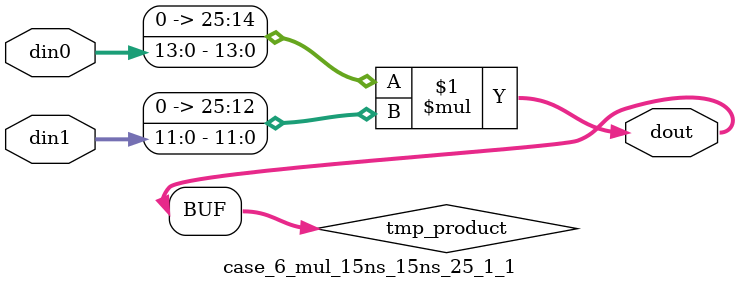
<source format=v>

`timescale 1 ns / 1 ps

 (* use_dsp = "no" *)  module case_6_mul_15ns_15ns_25_1_1(din0, din1, dout);
parameter ID = 1;
parameter NUM_STAGE = 0;
parameter din0_WIDTH = 14;
parameter din1_WIDTH = 12;
parameter dout_WIDTH = 26;

input [din0_WIDTH - 1 : 0] din0; 
input [din1_WIDTH - 1 : 0] din1; 
output [dout_WIDTH - 1 : 0] dout;

wire signed [dout_WIDTH - 1 : 0] tmp_product;
























assign tmp_product = $signed({1'b0, din0}) * $signed({1'b0, din1});











assign dout = tmp_product;





















endmodule

</source>
